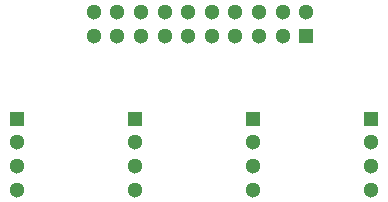
<source format=gts>
G04 (created by PCBNEW (2013-may-18)-stable) date Sun 16 Aug 2015 12:26:19 AM CST*
%MOIN*%
G04 Gerber Fmt 3.4, Leading zero omitted, Abs format*
%FSLAX34Y34*%
G01*
G70*
G90*
G04 APERTURE LIST*
%ADD10C,0.00590551*%
%ADD11R,0.0511811X0.0511811*%
%ADD12C,0.0511811*%
G04 APERTURE END LIST*
G54D10*
G54D11*
X88385Y-61023D03*
G54D12*
X88385Y-61811D03*
X88385Y-62598D03*
X88385Y-63385D03*
G54D11*
X92322Y-61023D03*
G54D12*
X92322Y-61811D03*
X92322Y-62598D03*
X92322Y-63385D03*
G54D11*
X84448Y-61023D03*
G54D12*
X84448Y-61811D03*
X84448Y-62598D03*
X84448Y-63385D03*
G54D11*
X80511Y-61023D03*
G54D12*
X80511Y-61811D03*
X80511Y-62598D03*
X80511Y-63385D03*
G54D11*
X90157Y-58267D03*
G54D12*
X90157Y-57480D03*
X89370Y-58267D03*
X89370Y-57480D03*
X88582Y-58267D03*
X88582Y-57480D03*
X87795Y-58267D03*
X87795Y-57480D03*
X87007Y-58267D03*
X87007Y-57480D03*
X86220Y-58267D03*
X86220Y-57480D03*
X85433Y-58267D03*
X85433Y-57480D03*
X84645Y-58267D03*
X84645Y-57480D03*
X83858Y-58267D03*
X83858Y-57480D03*
X83070Y-58267D03*
X83070Y-57480D03*
M02*

</source>
